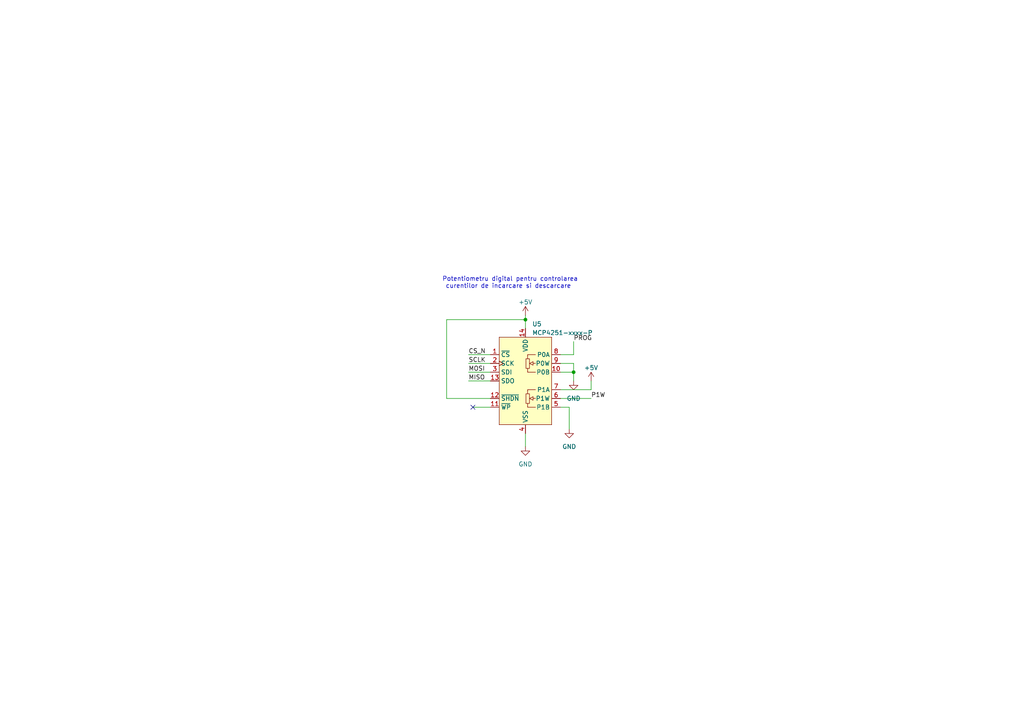
<source format=kicad_sch>
(kicad_sch (version 20230121) (generator eeschema)
  (paper "A4")
  (lib_symbols
    (symbol "Potentiometer_Digital:MCP4251-xxxx-P"
      (property "Reference" "U" (at -0.508 18.288 0))
      (property "Value" "MCP4251-xxxx-P" (at -0.508 20.32 0))
      (symbol "MCP4251-xxxx-P_0_1"
        (polyline (pts (xy 0 12.7) (xy 7.62 12.7) (xy 7.62 0) (xy 7.62 -12.7) (xy -7.62 -12.7) (xy -7.62 12.7) (xy 0 12.7)) (fill (type background)))
      )
      (symbol "MCP4251-xxxx-P_1_1"
        (polyline (pts (xy 0.635 -7.366) (xy 0.635 -6.5278)))
        (polyline (pts (xy 0.635 -2.7686) (xy 0.635 -3.7084)))
        (polyline (pts (xy 0.635 2.794) (xy 0.635 3.6322)))
        (polyline (pts (xy 0.635 7.3914) (xy 0.635 6.4516)))
        (polyline (pts (xy 2.2098 -5.0546) (xy 2.921 -5.0546)))
        (polyline (pts (xy 2.2098 5.1054) (xy 2.921 5.1054)))
        (polyline (pts (xy 0.635 -7.62) (xy 0.635 -7.366) (xy 0.635 -7.366)) (fill (type background)))
        (polyline (pts (xy 0.635 -7.62) (xy 2.921 -7.62) (xy 2.921 -7.62)) (fill (type background)))
        (polyline (pts (xy 0.635 -2.54) (xy 0.635 -2.794) (xy 0.635 -2.794)))
        (polyline (pts (xy 0.635 -2.54) (xy 2.921 -2.54) (xy 2.921 -2.54)) (fill (type background)))
        (polyline (pts (xy 0.635 2.54) (xy 0.635 2.794) (xy 0.635 2.794)) (fill (type background)))
        (polyline (pts (xy 0.635 2.54) (xy 2.921 2.54) (xy 2.921 2.54)) (fill (type background)))
        (polyline (pts (xy 0.635 7.62) (xy 0.635 7.366) (xy 0.635 7.366)))
        (polyline (pts (xy 0.635 7.62) (xy 2.921 7.62) (xy 2.921 7.62)) (fill (type background)))
        (polyline (pts (xy 2.2098 -4.572) (xy 2.2098 -5.588) (xy 1.1938 -5.08) (xy 2.2098 -4.572) (xy 2.2098 -4.572)) (fill (type background)))
        (polyline (pts (xy 2.2098 5.588) (xy 2.2098 4.572) (xy 1.1938 5.08) (xy 2.2098 5.588) (xy 2.2098 5.588)) (fill (type background)))
        (rectangle (start 0.1524 -3.7338) (end 1.1684 -6.5278))
        (rectangle (start 0.1524 6.4262) (end 1.1684 3.6322))
        (pin input line (at -10.16 7.62 0) (length 2.54) (name "~{CS}") (number "1"))
        (pin passive line (at 10.16 2.54 180) (length 2.54) (name "P0B") (number "10"))
        (pin input line (at -10.16 -7.62 0) (length 2.54) (name "~{WP}") (number "11"))
        (pin input line (at -10.16 -5.08 0) (length 2.54) (name "~{SHDN}") (number "12"))
        (pin output line (at -10.16 0 0) (length 2.54) (name "SDO") (number "13"))
        (pin power_in line (at 0 15.24 270) (length 2.54) (name "VDD") (number "14"))
        (pin input clock (at -10.16 5.08 0) (length 2.54) (name "SCK") (number "2"))
        (pin input line (at -10.16 2.54 0) (length 2.54) (name "SDI") (number "3"))
        (pin power_in line (at 0 -15.24 90) (length 2.54) (name "VSS") (number "4"))
        (pin passive line (at 10.16 -7.62 180) (length 2.54) (name "P1B") (number "5"))
        (pin passive line (at 10.16 -5.08 180) (length 2.54) (name "P1W") (number "6"))
        (pin passive line (at 10.16 -2.54 180) (length 2.54) (name "P1A") (number "7"))
        (pin passive line (at 10.16 7.62 180) (length 2.54) (name "P0A") (number "8"))
        (pin passive line (at 10.16 5.08 180) (length 2.54) (name "P0W") (number "9"))
      )
    )
    (symbol "power:+5V" (power) (pin_names (offset 0))
      (property "Value" "+5V" (at 0 3.556 0))
      (symbol "+5V_0_1"
        (polyline (pts (xy -0.762 1.27) (xy 0 2.54)))
        (polyline (pts (xy 0 0) (xy 0 2.54)))
        (polyline (pts (xy 0 2.54) (xy 0.762 1.27)))
      )
      (symbol "+5V_1_1"
        (pin power_in line (at 0 0 90) (length 0) hide (name "+5V") (number "1"))
      )
    )
    (symbol "power:GND" (power) (pin_names (offset 0))
      (property "Value" "GND" (at 0 -3.81 0))
      (symbol "GND_0_1"
        (polyline (pts (xy 0 0) (xy 0 -1.27) (xy 1.27 -1.27) (xy 0 -2.54) (xy -1.27 -1.27) (xy 0 -1.27)))
      )
      (symbol "GND_1_1"
        (pin power_in line (at 0 0 270) (length 0) hide (name "GND") (number "1"))
      )
    )
  )
  (junction (at 166.37 107.95))
  (junction (at 152.4 92.71))
  (no_connect (at 137.16 118.11))
  (wire (pts (xy 162.56 107.95) (xy 166.37 107.95)))
  (wire (pts (xy 166.37 99.06) (xy 166.37 102.87)))
  (wire (pts (xy 152.4 91.44) (xy 152.4 92.71)))
  (wire (pts (xy 162.56 105.41) (xy 166.37 105.41)))
  (wire (pts (xy 162.56 113.03) (xy 171.45 113.03)))
  (wire (pts (xy 166.37 107.95) (xy 166.37 110.49)))
  (wire (pts (xy 162.56 102.87) (xy 166.37 102.87)))
  (wire (pts (xy 135.89 102.87) (xy 142.24 102.87)))
  (wire (pts (xy 165.1 118.11) (xy 165.1 124.46)))
  (wire (pts (xy 171.45 110.49) (xy 171.45 113.03)))
  (wire (pts (xy 162.56 115.57) (xy 171.45 115.57)))
  (wire (pts (xy 162.56 118.11) (xy 165.1 118.11)))
  (wire (pts (xy 152.4 92.71) (xy 152.4 95.25)))
  (wire (pts (xy 137.16 118.11) (xy 142.24 118.11)))
  (wire (pts (xy 142.24 115.57) (xy 129.54 115.57)))
  (wire (pts (xy 129.54 115.57) (xy 129.54 92.71)))
  (wire (pts (xy 135.89 105.41) (xy 142.24 105.41)))
  (wire (pts (xy 129.54 92.71) (xy 152.4 92.71)))
  (wire (pts (xy 166.37 105.41) (xy 166.37 107.95)))
  (wire (pts (xy 135.89 107.95) (xy 142.24 107.95)))
  (wire (pts (xy 152.4 125.73) (xy 152.4 129.54)))
  (wire (pts (xy 135.89 110.49) (xy 142.24 110.49)))
  (text "Potentiometru digital pentru controlarea\n curentilor de incarcare si descarcare" (at 128.27 83.82 0) (effects (font (size 1.27 1.27)) (justify left bottom)))
  (label "P1W" (at 171.45 115.57 0))
  (label "PROG" (at 166.37 99.06 0))
  (label "CS_N" (at 135.89 102.87 0))
  (label "MOSI" (at 135.89 107.95 0))
  (label "MISO" (at 135.89 110.49 0))
  (label "SCLK" (at 135.89 105.41 0))
  (symbol (lib_id "power:GND") (at 165.1 124.46 0) (unit 1)
    (property "Reference" "#PWR023" (effects hide))
    (property "Value" "GND" (at 165.1 129.54 0))
    (instances (project "First_sketch_licenta" (path "" (reference "#PWR023") (unit 1)) (path "" (reference "#PWR042") (unit 1))))
  )
  (symbol (lib_id "power:GND") (at 166.37 110.49 0) (unit 1)
    (property "Reference" "#PWR022" (effects hide))
    (property "Value" "GND" (at 166.37 115.57 0))
    (instances (project "First_sketch_licenta" (path "" (reference "#PWR022") (unit 1)) (path "" (reference "#PWR043") (unit 1))))
  )
  (symbol (lib_id "power:GND") (at 152.4 129.54 0) (unit 1)
    (property "Reference" "#PWR019" (effects hide))
    (property "Value" "GND" (at 152.4 134.62 0))
    (instances (project "First_sketch_licenta" (path "" (reference "#PWR019") (unit 1)) (path "" (reference "#PWR041") (unit 1))))
  )
  (symbol (lib_id "power:+5V") (at 171.45 110.49 0) (unit 1)
    (property "Reference" "#PWR034" (effects hide))
    (property "Value" "+5V" (at 171.45 106.68 0))
    (instances (project "First_sketch_licenta" (path "" (reference "#PWR034") (unit 1)) (path "" (reference "#PWR044") (unit 1))))
  )
  (symbol (lib_id "power:+5V") (at 152.4 91.44 0) (unit 1)
    (property "Reference" "#PWR021" (effects hide))
    (property "Value" "+5V" (at 152.4 87.63 0))
    (instances (project "First_sketch_licenta" (path "" (reference "#PWR021") (unit 1)) (path "" (reference "#PWR040") (unit 1))))
  )
  (symbol (lib_id "Potentiometer_Digital:MCP4251-xxxx-P") (at 152.4 110.49 0) (unit 1)
    (property "Reference" "U5" (at 154.3559 93.98 0) (effects (justify left)))
    (property "Value" "MCP4251-xxxx-P" (at 154.3559 96.52 0) (effects (justify left)))
    (property "Footprint" "Package_DIP:DIP-14_W7.62mm" (effects hide))
    (property "Datasheet" "http://ww1.microchip.com/downloads/en/devicedoc/22060b.pdf" (effects hide))
    (instances (project "First_sketch_licenta" (path "" (reference "U5") (unit 1)) (path "" (reference "U1") (unit 1))))
  )
)
</source>
